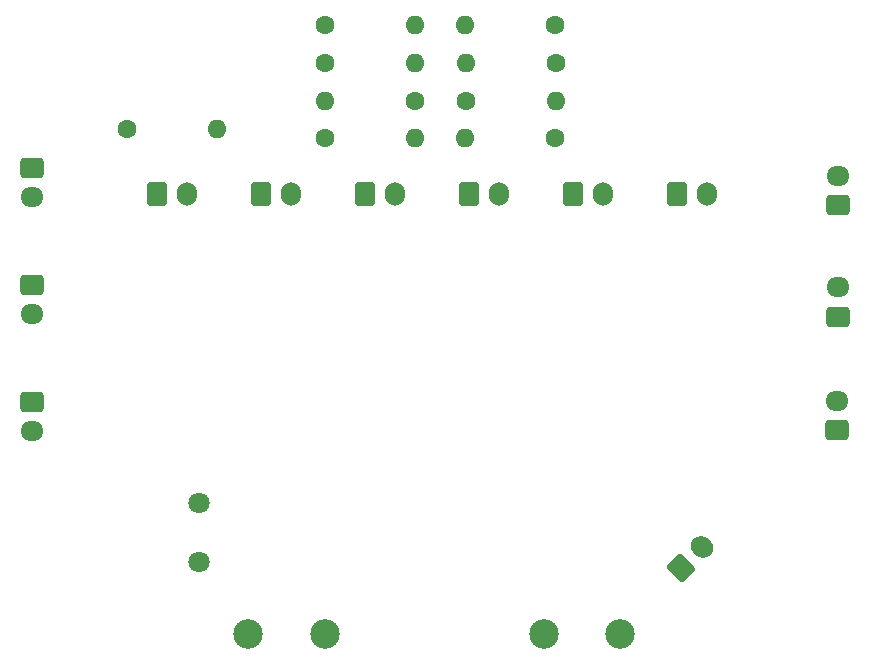
<source format=gbr>
%TF.GenerationSoftware,KiCad,Pcbnew,7.0.5*%
%TF.CreationDate,2024-07-07T22:05:08+09:00*%
%TF.ProjectId,dengen,64656e67-656e-42e6-9b69-6361645f7063,rev?*%
%TF.SameCoordinates,Original*%
%TF.FileFunction,Soldermask,Bot*%
%TF.FilePolarity,Negative*%
%FSLAX46Y46*%
G04 Gerber Fmt 4.6, Leading zero omitted, Abs format (unit mm)*
G04 Created by KiCad (PCBNEW 7.0.5) date 2024-07-07 22:05:08*
%MOMM*%
%LPD*%
G01*
G04 APERTURE LIST*
G04 Aperture macros list*
%AMRoundRect*
0 Rectangle with rounded corners*
0 $1 Rounding radius*
0 $2 $3 $4 $5 $6 $7 $8 $9 X,Y pos of 4 corners*
0 Add a 4 corners polygon primitive as box body*
4,1,4,$2,$3,$4,$5,$6,$7,$8,$9,$2,$3,0*
0 Add four circle primitives for the rounded corners*
1,1,$1+$1,$2,$3*
1,1,$1+$1,$4,$5*
1,1,$1+$1,$6,$7*
1,1,$1+$1,$8,$9*
0 Add four rect primitives between the rounded corners*
20,1,$1+$1,$2,$3,$4,$5,0*
20,1,$1+$1,$4,$5,$6,$7,0*
20,1,$1+$1,$6,$7,$8,$9,0*
20,1,$1+$1,$8,$9,$2,$3,0*%
%AMHorizOval*
0 Thick line with rounded ends*
0 $1 width*
0 $2 $3 position (X,Y) of the first rounded end (center of the circle)*
0 $4 $5 position (X,Y) of the second rounded end (center of the circle)*
0 Add line between two ends*
20,1,$1,$2,$3,$4,$5,0*
0 Add two circle primitives to create the rounded ends*
1,1,$1,$2,$3*
1,1,$1,$4,$5*%
G04 Aperture macros list end*
%ADD10C,1.600000*%
%ADD11O,1.600000X1.600000*%
%ADD12C,2.500000*%
%ADD13RoundRect,0.250000X-0.600000X-0.750000X0.600000X-0.750000X0.600000X0.750000X-0.600000X0.750000X0*%
%ADD14O,1.700000X2.000000*%
%ADD15RoundRect,0.250000X-0.725000X0.600000X-0.725000X-0.600000X0.725000X-0.600000X0.725000X0.600000X0*%
%ADD16O,1.950000X1.700000*%
%ADD17RoundRect,0.250000X0.725000X-0.600000X0.725000X0.600000X-0.725000X0.600000X-0.725000X-0.600000X0*%
%ADD18C,1.800000*%
%ADD19RoundRect,0.250000X0.106066X-0.954594X0.954594X-0.106066X-0.106066X0.954594X-0.954594X0.106066X0*%
%ADD20HorizOval,1.700000X-0.106066X0.106066X0.106066X-0.106066X0*%
G04 APERTURE END LIST*
D10*
%TO.C,R9*%
X160700000Y-90500000D03*
D11*
X153080000Y-90500000D03*
%TD*%
D12*
%TO.C,Fuse*%
X134700000Y-132500000D03*
X141200000Y-132500000D03*
X159700000Y-132500000D03*
X166200000Y-132500000D03*
%TD*%
D13*
%TO.C,3.3V2*%
X171000000Y-95200000D03*
D14*
X173500000Y-95200000D03*
%TD*%
D13*
%TO.C,5V2*%
X144600000Y-95200000D03*
D14*
X147100000Y-95200000D03*
%TD*%
D10*
%TO.C,R3*%
X141190000Y-80900000D03*
D11*
X148810000Y-80900000D03*
%TD*%
D15*
%TO.C,12V3*%
X116400000Y-93000000D03*
D16*
X116400000Y-95500000D03*
%TD*%
D17*
%TO.C,Vin2*%
X184500000Y-115200000D03*
D16*
X184500000Y-112700000D03*
%TD*%
D17*
%TO.C,ON/OFF2*%
X184600000Y-105600000D03*
D16*
X184600000Y-103100000D03*
%TD*%
D13*
%TO.C,5V1*%
X135800000Y-95200000D03*
D14*
X138300000Y-95200000D03*
%TD*%
D10*
%TO.C,R10*%
X148800000Y-87300000D03*
D11*
X141180000Y-87300000D03*
%TD*%
D13*
%TO.C,5V3*%
X153400000Y-95200000D03*
D14*
X155900000Y-95200000D03*
%TD*%
D10*
%TO.C,R4*%
X153090000Y-87300000D03*
D11*
X160710000Y-87300000D03*
%TD*%
D10*
%TO.C,R12*%
X160700000Y-80900000D03*
D11*
X153080000Y-80900000D03*
%TD*%
D18*
%TO.C,C3*%
X130500000Y-121400000D03*
X130500000Y-126400000D03*
%TD*%
D10*
%TO.C,R1*%
X124390000Y-89700000D03*
D11*
X132010000Y-89700000D03*
%TD*%
D10*
%TO.C,R2*%
X141180000Y-84100000D03*
D11*
X148800000Y-84100000D03*
%TD*%
D10*
%TO.C,R8*%
X141180000Y-90500000D03*
D11*
X148800000Y-90500000D03*
%TD*%
D10*
%TO.C,R5*%
X160710000Y-84100000D03*
D11*
X153090000Y-84100000D03*
%TD*%
D19*
%TO.C,Voltmeter*%
X171307969Y-126875736D03*
D20*
X173075736Y-125107969D03*
%TD*%
D17*
%TO.C,ON/OFF1*%
X184600000Y-96150000D03*
D16*
X184600000Y-93650000D03*
%TD*%
D15*
%TO.C,Vin1*%
X116400000Y-112800000D03*
D16*
X116400000Y-115300000D03*
%TD*%
D13*
%TO.C,3.3V1*%
X162200000Y-95200000D03*
D14*
X164700000Y-95200000D03*
%TD*%
D13*
%TO.C,12V1*%
X127000000Y-95200000D03*
D14*
X129500000Y-95200000D03*
%TD*%
D15*
%TO.C,12V2*%
X116400000Y-102900000D03*
D16*
X116400000Y-105400000D03*
%TD*%
M02*

</source>
